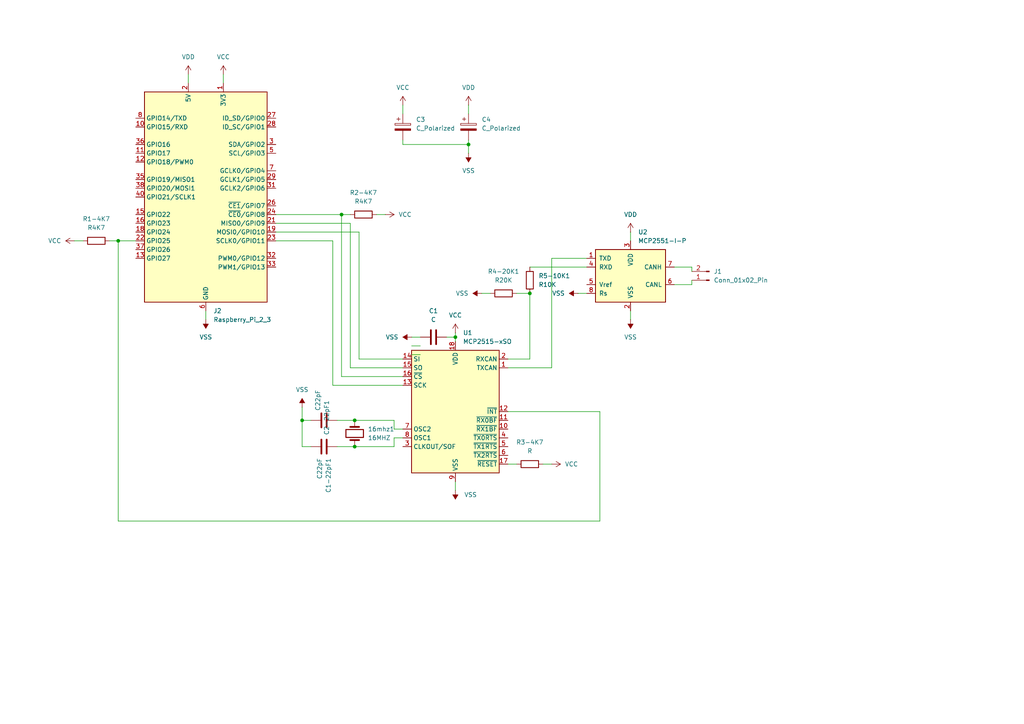
<source format=kicad_sch>
(kicad_sch (version 20231120) (generator "eeschema") (generator_version "8.0")
  (paper "A4")
  (lib_symbols
    (symbol "Connector:Conn_01x02_Pin" (pin_names (offset 1.016) hide)
      (property "Reference" "J" (at 0 2.54 0))
      (property "Value" "Conn_01x02_Pin" (at 0 -5.08 0))
      (symbol "Conn_01x02_Pin_1_1"
        (polyline (pts (xy 1.27 -2.54) (xy 0.8636 -2.54)) (stroke (width 0.1524)))
        (polyline (pts (xy 1.27 0) (xy 0.8636 0)) (stroke (width 0.1524)))
        (rectangle (start 0.8636 -2.413) (end 0 -2.667) (stroke (width 0.1524)) (fill (type outline)))
        (rectangle (start 0.8636 0.127) (end 0 -0.127) (stroke (width 0.1524)) (fill (type outline)))
        (pin passive line (at 5.08 0 180) (length 3.81) (name "Pin_1") (number "1"))
        (pin passive line (at 5.08 -2.54 180) (length 3.81) (name "Pin_2") (number "2"))
      )
    )
    (symbol "Connector:Raspberry_Pi_2_3"
      (property "Reference" "J" (at -17.78 31.75 0))
      (property "Value" "Raspberry_Pi_2_3" (at 10.16 -31.75 0))
      (symbol "Raspberry_Pi_2_3_0_1"
        (rectangle (start -17.78 30.48) (end 17.78 -30.48) (stroke (width 0.254)) (fill (type background)))
      )
      (symbol "Raspberry_Pi_2_3_1_1"
        (pin power_in line (at 5.08 33.02 270) (length 2.54) (name "3V3") (number "1"))
        (pin bidirectional line (at -20.32 20.32 0) (length 2.54) (name "GPIO15/RXD") (number "10"))
        (pin bidirectional line (at -20.32 12.7 0) (length 2.54) (name "GPIO17") (number "11"))
        (pin bidirectional line (at -20.32 10.16 0) (length 2.54) (name "GPIO18/PWM0") (number "12"))
        (pin bidirectional line (at -20.32 -17.78 0) (length 2.54) (name "GPIO27") (number "13"))
        (pin passive line (at 0 -33.02 90) (length 2.54) hide (name "GND") (number "14"))
        (pin bidirectional line (at -20.32 -5.08 0) (length 2.54) (name "GPIO22") (number "15"))
        (pin bidirectional line (at -20.32 -7.62 0) (length 2.54) (name "GPIO23") (number "16"))
        (pin passive line (at 5.08 33.02 270) (length 2.54) hide (name "3V3") (number "17"))
        (pin bidirectional line (at -20.32 -10.16 0) (length 2.54) (name "GPIO24") (number "18"))
        (pin bidirectional line (at 20.32 -10.16 180) (length 2.54) (name "MOSI0/GPIO10") (number "19"))
        (pin power_in line (at -5.08 33.02 270) (length 2.54) (name "5V") (number "2"))
        (pin passive line (at 0 -33.02 90) (length 2.54) hide (name "GND") (number "20"))
        (pin bidirectional line (at 20.32 -7.62 180) (length 2.54) (name "MISO0/GPIO9") (number "21"))
        (pin bidirectional line (at -20.32 -12.7 0) (length 2.54) (name "GPIO25") (number "22"))
        (pin bidirectional line (at 20.32 -12.7 180) (length 2.54) (name "SCLK0/GPIO11") (number "23"))
        (pin bidirectional line (at 20.32 -5.08 180) (length 2.54) (name "~{CE0}/GPIO8") (number "24"))
        (pin passive line (at 0 -33.02 90) (length 2.54) hide (name "GND") (number "25"))
        (pin bidirectional line (at 20.32 -2.54 180) (length 2.54) (name "~{CE1}/GPIO7") (number "26"))
        (pin bidirectional line (at 20.32 22.86 180) (length 2.54) (name "ID_SD/GPIO0") (number "27"))
        (pin bidirectional line (at 20.32 20.32 180) (length 2.54) (name "ID_SC/GPIO1") (number "28"))
        (pin bidirectional line (at 20.32 5.08 180) (length 2.54) (name "GCLK1/GPIO5") (number "29"))
        (pin bidirectional line (at 20.32 15.24 180) (length 2.54) (name "SDA/GPIO2") (number "3"))
        (pin passive line (at 0 -33.02 90) (length 2.54) hide (name "GND") (number "30"))
        (pin bidirectional line (at 20.32 2.54 180) (length 2.54) (name "GCLK2/GPIO6") (number "31"))
        (pin bidirectional line (at 20.32 -17.78 180) (length 2.54) (name "PWM0/GPIO12") (number "32"))
        (pin bidirectional line (at 20.32 -20.32 180) (length 2.54) (name "PWM1/GPIO13") (number "33"))
        (pin passive line (at 0 -33.02 90) (length 2.54) hide (name "GND") (number "34"))
        (pin bidirectional line (at -20.32 5.08 0) (length 2.54) (name "GPIO19/MISO1") (number "35"))
        (pin bidirectional line (at -20.32 15.24 0) (length 2.54) (name "GPIO16") (number "36"))
        (pin bidirectional line (at -20.32 -15.24 0) (length 2.54) (name "GPIO26") (number "37"))
        (pin bidirectional line (at -20.32 2.54 0) (length 2.54) (name "GPIO20/MOSI1") (number "38"))
        (pin passive line (at 0 -33.02 90) (length 2.54) hide (name "GND") (number "39"))
        (pin passive line (at -5.08 33.02 270) (length 2.54) hide (name "5V") (number "4"))
        (pin bidirectional line (at -20.32 0 0) (length 2.54) (name "GPIO21/SCLK1") (number "40"))
        (pin bidirectional line (at 20.32 12.7 180) (length 2.54) (name "SCL/GPIO3") (number "5"))
        (pin power_in line (at 0 -33.02 90) (length 2.54) (name "GND") (number "6"))
        (pin bidirectional line (at 20.32 7.62 180) (length 2.54) (name "GCLK0/GPIO4") (number "7"))
        (pin bidirectional line (at -20.32 22.86 0) (length 2.54) (name "GPIO14/TXD") (number "8"))
        (pin passive line (at 0 -33.02 90) (length 2.54) hide (name "GND") (number "9"))
      )
    )
    (symbol "Device:C" (pin_numbers hide) (pin_names (offset 0.254))
      (property "Reference" "C" (at 0.635 2.54 0))
      (property "Value" "C" (at 0.635 -2.54 0))
      (symbol "C_0_1"
        (polyline (pts (xy -2.032 -0.762) (xy 2.032 -0.762)) (stroke (width 0.508)))
        (polyline (pts (xy -2.032 0.762) (xy 2.032 0.762)) (stroke (width 0.508)))
      )
      (symbol "C_1_1"
        (pin passive line (at 0 3.81 270) (length 2.794) (name "~") (number "1"))
        (pin passive line (at 0 -3.81 90) (length 2.794) (name "~") (number "2"))
      )
    )
    (symbol "Device:C_Polarized" (pin_numbers hide) (pin_names (offset 0.254))
      (property "Reference" "C" (at 0.635 2.54 0))
      (property "Value" "C_Polarized" (at 0.635 -2.54 0))
      (symbol "C_Polarized_0_1"
        (rectangle (start -2.286 0.508) (end 2.286 1.016))
        (polyline (pts (xy -1.778 2.286) (xy -0.762 2.286)))
        (polyline (pts (xy -1.27 2.794) (xy -1.27 1.778)))
        (rectangle (start 2.286 -0.508) (end -2.286 -1.016) (fill (type outline)))
      )
      (symbol "C_Polarized_1_1"
        (pin passive line (at 0 3.81 270) (length 2.794) (name "~") (number "1"))
        (pin passive line (at 0 -3.81 90) (length 2.794) (name "~") (number "2"))
      )
    )
    (symbol "Device:Crystal" (pin_numbers hide) (pin_names (offset 1.016) hide)
      (property "Reference" "Y" (at 0 3.81 0))
      (property "Value" "Crystal" (at 0 -3.81 0))
      (symbol "Crystal_0_1"
        (rectangle (start -1.143 2.54) (end 1.143 -2.54) (stroke (width 0.3048)))
        (polyline (pts (xy -2.54 0) (xy -1.905 0)))
        (polyline (pts (xy -1.905 -1.27) (xy -1.905 1.27)) (stroke (width 0.508)))
        (polyline (pts (xy 1.905 -1.27) (xy 1.905 1.27)) (stroke (width 0.508)))
        (polyline (pts (xy 2.54 0) (xy 1.905 0)))
      )
      (symbol "Crystal_1_1"
        (pin passive line (at -3.81 0 0) (length 1.27) (name "1") (number "1"))
        (pin passive line (at 3.81 0 180) (length 1.27) (name "2") (number "2"))
      )
    )
    (symbol "Device:R" (pin_numbers hide) (pin_names (offset 0))
      (property "Reference" "R" (at 2.032 0 90))
      (property "Value" "R" (at 0 0 90))
      (symbol "R_0_1"
        (rectangle (start -1.016 -2.54) (end 1.016 2.54) (stroke (width 0.254)))
      )
      (symbol "R_1_1"
        (pin passive line (at 0 3.81 270) (length 1.27) (name "~") (number "1"))
        (pin passive line (at 0 -3.81 90) (length 1.27) (name "~") (number "2"))
      )
    )
    (symbol "Interface_CAN_LIN:MCP2515-xSO"
      (property "Reference" "U" (at -10.16 19.685 0))
      (property "Value" "MCP2515-xSO" (at 19.05 20.32 0))
      (symbol "MCP2515-xSO_0_1"
        (rectangle (start -12.7 17.78) (end 12.7 -17.78) (stroke (width 0.254)) (fill (type background)))
      )
      (symbol "MCP2515-xSO_1_1"
        (pin output line (at 15.24 12.7 180) (length 2.54) (name "TXCAN") (number "1"))
        (pin output line (at 15.24 -5.08 180) (length 2.54) (name "~{RX1BF}") (number "10"))
        (pin output line (at 15.24 -2.54 180) (length 2.54) (name "~{RX0BF}") (number "11"))
        (pin output line (at 15.24 0 180) (length 2.54) (name "~{INT}") (number "12"))
        (pin input line (at -15.24 7.62 0) (length 2.54) (name "SCK") (number "13"))
        (pin input line (at -15.24 15.24 0) (length 2.54) (name "SI") (number "14"))
        (pin output line (at -15.24 12.7 0) (length 2.54) (name "SO") (number "15"))
        (pin input line (at -15.24 10.16 0) (length 2.54) (name "~{CS}") (number "16"))
        (pin input line (at 15.24 -15.24 180) (length 2.54) (name "~{RESET}") (number "17"))
        (pin power_in line (at 0 20.32 270) (length 2.54) (name "VDD") (number "18"))
        (pin input line (at 15.24 15.24 180) (length 2.54) (name "RXCAN") (number "2"))
        (pin output line (at -15.24 -10.16 0) (length 2.54) (name "CLKOUT/SOF") (number "3"))
        (pin input line (at 15.24 -7.62 180) (length 2.54) (name "~{TX0RTS}") (number "4"))
        (pin input line (at 15.24 -10.16 180) (length 2.54) (name "~{TX1RTS}") (number "5"))
        (pin input line (at 15.24 -12.7 180) (length 2.54) (name "~{TX2RTS}") (number "6"))
        (pin output line (at -15.24 -5.08 0) (length 2.54) (name "OSC2") (number "7"))
        (pin input line (at -15.24 -7.62 0) (length 2.54) (name "OSC1") (number "8"))
        (pin power_in line (at 0 -20.32 90) (length 2.54) (name "VSS") (number "9"))
      )
    )
    (symbol "Interface_CAN_LIN:MCP2551-I-P" (pin_names (offset 1.016))
      (property "Reference" "U" (at -10.16 8.89 0))
      (property "Value" "MCP2551-I-P" (at 2.54 8.89 0))
      (symbol "MCP2551-I-P_0_1"
        (rectangle (start -10.16 7.62) (end 10.16 -7.62) (stroke (width 0.254)) (fill (type background)))
      )
      (symbol "MCP2551-I-P_1_1"
        (pin input line (at -12.7 5.08 0) (length 2.54) (name "TXD") (number "1"))
        (pin power_in line (at 0 -10.16 90) (length 2.54) (name "VSS") (number "2"))
        (pin power_in line (at 0 10.16 270) (length 2.54) (name "VDD") (number "3"))
        (pin output line (at -12.7 2.54 0) (length 2.54) (name "RXD") (number "4"))
        (pin power_out line (at -12.7 -2.54 0) (length 2.54) (name "Vref") (number "5"))
        (pin bidirectional line (at 12.7 -2.54 180) (length 2.54) (name "CANL") (number "6"))
        (pin bidirectional line (at 12.7 2.54 180) (length 2.54) (name "CANH") (number "7"))
        (pin input line (at -12.7 -5.08 0) (length 2.54) (name "Rs") (number "8"))
      )
    )
    (symbol "power:VCC" (power) (pin_numbers hide) (pin_names (offset 0) hide)
      (property "Value" "VCC" (at 0 3.556 0))
      (symbol "VCC_0_1"
        (polyline (pts (xy -0.762 1.27) (xy 0 2.54)))
        (polyline (pts (xy 0 0) (xy 0 2.54)))
        (polyline (pts (xy 0 2.54) (xy 0.762 1.27)))
      )
      (symbol "VCC_1_1"
        (pin power_in line (at 0 0 90) (length 0) (name "~") (number "1"))
      )
    )
    (symbol "power:VDD" (power) (pin_numbers hide) (pin_names (offset 0) hide)
      (property "Value" "VDD" (at 0 3.556 0))
      (symbol "VDD_0_1"
        (polyline (pts (xy -0.762 1.27) (xy 0 2.54)))
        (polyline (pts (xy 0 0) (xy 0 2.54)))
        (polyline (pts (xy 0 2.54) (xy 0.762 1.27)))
      )
      (symbol "VDD_1_1"
        (pin power_in line (at 0 0 90) (length 0) (name "~") (number "1"))
      )
    )
    (symbol "power:VSS" (power) (pin_numbers hide) (pin_names (offset 0) hide)
      (property "Value" "VSS" (at 0 3.556 0))
      (symbol "VSS_0_1"
        (polyline (pts (xy 0 0) (xy 0 2.54)))
        (polyline (pts (xy 0.762 1.27) (xy -0.762 1.27) (xy 0 2.54) (xy 0.762 1.27)) (fill (type outline)))
      )
      (symbol "VSS_1_1"
        (pin power_in line (at 0 0 90) (length 0) (name "~") (number "1"))
      )
    )
  )
  (junction (at 153.67 85.09))
  (junction (at 34.29 69.85))
  (junction (at 99.06 62.23))
  (junction (at 102.87 121.92))
  (junction (at 135.89 41.91))
  (junction (at 132.08 97.79))
  (junction (at 102.87 129.54))
  (junction (at 87.63 121.92))
  (wire (pts (xy 116.84 109.22) (xy 99.06 109.22)))
  (wire (pts (xy 116.84 111.76) (xy 96.52 111.76)))
  (wire (pts (xy 90.17 121.92) (xy 87.63 121.92)))
  (wire (pts (xy 116.84 30.48) (xy 116.84 33.02)))
  (wire (pts (xy 104.14 104.14) (xy 116.84 104.14)))
  (wire (pts (xy 160.02 74.93) (xy 170.18 74.93)))
  (wire (pts (xy 102.87 129.54) (xy 114.3 129.54)))
  (wire (pts (xy 80.01 67.31) (xy 104.14 67.31)))
  (wire (pts (xy 109.22 62.23) (xy 111.76 62.23)))
  (wire (pts (xy 167.64 85.09) (xy 170.18 85.09)))
  (wire (pts (xy 119.38 100.33) (xy 121.92 100.33)))
  (wire (pts (xy 147.32 106.68) (xy 160.02 106.68)))
  (wire (pts (xy 87.63 121.92) (xy 87.63 129.54)))
  (wire (pts (xy 54.61 21.59) (xy 54.61 24.13)))
  (wire (pts (xy 34.29 151.13) (xy 173.99 151.13)))
  (wire (pts (xy 116.84 41.91) (xy 135.89 41.91)))
  (wire (pts (xy 173.99 119.38) (xy 147.32 119.38)))
  (wire (pts (xy 157.48 134.62) (xy 160.02 134.62)))
  (wire (pts (xy 132.08 139.7) (xy 132.08 142.24)))
  (wire (pts (xy 114.3 121.92) (xy 102.87 121.92)))
  (wire (pts (xy 116.84 40.64) (xy 116.84 41.91)))
  (wire (pts (xy 87.63 118.11) (xy 87.63 121.92)))
  (wire (pts (xy 64.77 21.59) (xy 64.77 24.13)))
  (wire (pts (xy 99.06 62.23) (xy 101.6 62.23)))
  (wire (pts (xy 119.38 97.79) (xy 121.92 97.79)))
  (wire (pts (xy 96.52 69.85) (xy 80.01 69.85)))
  (wire (pts (xy 129.54 97.79) (xy 132.08 97.79)))
  (wire (pts (xy 147.32 134.62) (xy 149.86 134.62)))
  (wire (pts (xy 34.29 69.85) (xy 34.29 151.13)))
  (wire (pts (xy 31.75 69.85) (xy 34.29 69.85)))
  (wire (pts (xy 153.67 77.47) (xy 170.18 77.47)))
  (wire (pts (xy 135.89 40.64) (xy 135.89 41.91)))
  (wire (pts (xy 182.88 67.31) (xy 182.88 69.85)))
  (wire (pts (xy 200.66 77.47) (xy 200.66 78.74)))
  (wire (pts (xy 195.58 82.55) (xy 200.66 82.55)))
  (wire (pts (xy 102.87 121.92) (xy 97.79 121.92)))
  (wire (pts (xy 39.37 69.85) (xy 34.29 69.85)))
  (wire (pts (xy 104.14 67.31) (xy 104.14 104.14)))
  (wire (pts (xy 132.08 97.79) (xy 132.08 99.06)))
  (wire (pts (xy 182.88 90.17) (xy 182.88 92.71)))
  (wire (pts (xy 116.84 127) (xy 114.3 127)))
  (wire (pts (xy 195.58 77.47) (xy 200.66 77.47)))
  (wire (pts (xy 173.99 151.13) (xy 173.99 119.38)))
  (wire (pts (xy 59.69 90.17) (xy 59.69 92.71)))
  (wire (pts (xy 114.3 124.46) (xy 114.3 121.92)))
  (wire (pts (xy 101.6 64.77) (xy 101.6 106.68)))
  (wire (pts (xy 99.06 62.23) (xy 80.01 62.23)))
  (wire (pts (xy 99.06 109.22) (xy 99.06 62.23)))
  (wire (pts (xy 80.01 64.77) (xy 101.6 64.77)))
  (wire (pts (xy 160.02 106.68) (xy 160.02 74.93)))
  (wire (pts (xy 96.52 111.76) (xy 96.52 69.85)))
  (wire (pts (xy 114.3 127) (xy 114.3 129.54)))
  (wire (pts (xy 101.6 106.68) (xy 116.84 106.68)))
  (wire (pts (xy 135.89 41.91) (xy 135.89 44.45)))
  (wire (pts (xy 116.84 124.46) (xy 114.3 124.46)))
  (wire (pts (xy 119.38 102.87) (xy 121.92 102.87)))
  (wire (pts (xy 135.89 30.48) (xy 135.89 33.02)))
  (wire (pts (xy 149.86 85.09) (xy 153.67 85.09)))
  (wire (pts (xy 139.7 85.09) (xy 142.24 85.09)))
  (wire (pts (xy 153.67 104.14) (xy 153.67 85.09)))
  (wire (pts (xy 132.08 96.52) (xy 132.08 97.79)))
  (wire (pts (xy 90.17 129.54) (xy 87.63 129.54)))
  (wire (pts (xy 200.66 82.55) (xy 200.66 81.28)))
  (wire (pts (xy 21.59 69.85) (xy 24.13 69.85)))
  (wire (pts (xy 102.87 129.54) (xy 97.79 129.54)))
  (wire (pts (xy 147.32 104.14) (xy 153.67 104.14)))
  (symbol (lib_id "Interface_CAN_LIN:MCP2551-I-P") (at 182.88 80.01 0) (unit 1)
    (property "Reference" "U2" (at 185.0741 67.31 0) (effects (justify left)))
    (property "Value" "MCP2551-I-P" (at 185.0741 69.85 0) (effects (justify left)))
    (property "Footprint" "Package_DIP:DIP-8_W7.62mm" (effects (hide yes)))
    (property "Datasheet" "http://ww1.microchip.com/downloads/en/devicedoc/21667d.pdf" (effects (hide yes)))
    (property "Description" "High-Speed CAN Transceiver, 1Mbps, 5V supply, DIP-8" (effects (hide yes)))
  )
  (symbol (lib_id "Device:R") (at 27.94 69.85 90) (unit 1)
    (property "Reference" "R1-4K7" (at 27.94 63.5 90))
    (property "Value" "R4K7" (at 27.94 66.04 90))
    (property "Footprint" "Resistor_THT:R_Axial_DIN0204_L3.6mm_D1.6mm_P7.62mm_Horizontal" (effects (hide yes)))
    (property "Description" "Resistor" (effects (hide yes)))
  )
  (symbol (lib_id "power:VSS") (at 135.89 44.45 180) (unit 1)
    (property "Reference" "#PWRe0101" (effects (hide yes)))
    (property "Value" "VSS" (at 135.89 49.53 0))
    (property "Description" "Power symbol creates a global label with name \"VSS\"" (effects (hide yes)))
  )
  (symbol (lib_id "Device:C") (at 93.98 121.92 270) (unit 1)
    (property "Reference" "C2-22pF1" (at 94.742 116.078 0) (effects (justify left)))
    (property "Value" "C22pF" (at 92.202 113.03 0) (effects (justify left)))
    (property "Footprint" "Capacitor_THT:C_Axial_L3.8mm_D2.6mm_P7.50mm_Horizontal" (effects (hide yes)))
    (property "Description" "Unpolarized capacitor" (effects (hide yes)))
  )
  (symbol (lib_id "power:VSS") (at 59.69 92.71 180) (unit 1)
    (property "Reference" "#PWR05" (effects (hide yes)))
    (property "Value" "VSS" (at 59.69 97.79 0))
    (property "Description" "Power symbol creates a global label with name \"VSS\"" (effects (hide yes)))
  )
  (symbol (lib_id "power:VSS") (at 119.38 97.79 90) (unit 1)
    (property "Reference" "#PWR016" (effects (hide yes)))
    (property "Value" "VSS" (at 115.57 97.7899 90) (effects (justify left)))
    (property "Description" "Power symbol creates a global label with name \"VSS\"" (effects (hide yes)))
  )
  (symbol (lib_id "Device:C_Polarized") (at 135.89 36.83 0) (unit 1)
    (property "Reference" "C4" (at 139.7 34.6709 0) (effects (justify left)))
    (property "Value" "C_Polarized" (at 139.7 37.2109 0) (effects (justify left)))
    (property "Footprint" "Capacitor_THT:CP_Radial_D5.0mm_P2.00mm" (effects (hide yes)))
    (property "Description" "Polarized capacitor" (effects (hide yes)))
  )
  (symbol (lib_id "Device:R") (at 146.05 85.09 90) (unit 1)
    (property "Reference" "R4-20K1" (at 146.05 78.74 90))
    (property "Value" "R20K" (at 146.05 81.28 90))
    (property "Footprint" "Resistor_THT:R_Axial_DIN0204_L3.6mm_D1.6mm_P7.62mm_Horizontal" (effects (hide yes)))
    (property "Description" "Resistor" (effects (hide yes)))
  )
  (symbol (lib_id "Device:C_Polarized") (at 116.84 36.83 0) (unit 1)
    (property "Reference" "C3" (at 120.65 34.6709 0) (effects (justify left)))
    (property "Value" "C_Polarized" (at 120.65 37.2109 0) (effects (justify left)))
    (property "Footprint" "Capacitor_THT:CP_Radial_D5.0mm_P2.00mm" (effects (hide yes)))
    (property "Description" "Polarized capacitor" (effects (hide yes)))
  )
  (symbol (lib_id "power:VDD") (at 135.89 30.48 0) (unit 1)
    (property "Reference" "#PWR015" (effects (hide yes)))
    (property "Value" "VDD" (at 135.89 25.4 0))
    (property "Description" "Power symbol creates a global label with name \"VDD\"" (effects (hide yes)))
  )
  (symbol (lib_id "power:VCC") (at 116.84 30.48 0) (unit 1)
    (property "Reference" "#PWR014" (effects (hide yes)))
    (property "Value" "VCC" (at 116.84 25.4 0))
    (property "Description" "Power symbol creates a global label with name \"VCC\"" (effects (hide yes)))
  )
  (symbol (lib_id "power:VSS") (at 167.64 85.09 90) (unit 1)
    (property "Reference" "#PWR013" (effects (hide yes)))
    (property "Value" "VSS" (at 163.83 85.0899 90) (effects (justify left)))
    (property "Description" "Power symbol creates a global label with name \"VSS\"" (effects (hide yes)))
  )
  (symbol (lib_id "power:VSS") (at 139.7 85.09 90) (unit 1)
    (property "Reference" "#PWR010" (effects (hide yes)))
    (property "Value" "VSS" (at 135.89 85.0899 90) (effects (justify left)))
    (property "Description" "Power symbol creates a global label with name \"VSS\"" (effects (hide yes)))
  )
  (symbol (lib_id "power:VCC") (at 64.77 21.59 0) (unit 1)
    (property "Reference" "#PWR04" (effects (hide yes)))
    (property "Value" "VCC" (at 64.77 16.51 0))
    (property "Description" "Power symbol creates a global label with name \"VCC\"" (effects (hide yes)))
  )
  (symbol (lib_id "Device:Crystal") (at 102.87 125.73 270) (unit 1)
    (property "Reference" "16mhz1" (at 106.68 124.4599 90) (effects (justify left)))
    (property "Value" "16MHZ" (at 106.68 126.9999 90) (effects (justify left)))
    (property "Footprint" "Crystal:Crystal_HC52-6mm_Vertical" (effects (hide yes)))
    (property "Description" "Two pin crystal" (effects (hide yes)))
  )
  (symbol (lib_id "Device:C") (at 125.73 97.79 90) (unit 1)
    (property "Reference" "C1" (at 125.73 90.17 90))
    (property "Value" "C" (at 125.73 92.71 90))
    (property "Footprint" "Capacitor_THT:C_Disc_D7.5mm_W2.5mm_P5.00mm" (effects (hide yes)))
    (property "Description" "Unpolarized capacitor" (effects (hide yes)))
  )
  (symbol (lib_id "Connector:Conn_01x02_Pin") (at 205.74 81.28 180) (unit 1)
    (property "Reference" "J1" (at 207.01 78.7399 0) (effects (justify right)))
    (property "Value" "Conn_01x02_Pin" (at 207.01 81.2799 0) (effects (justify right)))
    (property "Footprint" "Connector_PinHeader_2.00mm:PinHeader_1x02_P2.00mm_Vertical" (effects (hide yes)))
    (property "Description" "Generic connector, single row, 01x02, script generated" (effects (hide yes)))
  )
  (symbol (lib_id "power:VSS") (at 182.88 92.71 180) (unit 1)
    (property "Reference" "#PWR011" (effects (hide yes)))
    (property "Value" "VSS" (at 182.88 97.79 0))
    (property "Description" "Power symbol creates a global label with name \"VSS\"" (effects (hide yes)))
  )
  (symbol (lib_id "power:VSS") (at 132.08 142.24 180) (unit 1)
    (property "Reference" "#PWR02" (effects (hide yes)))
    (property "Value" "VSS" (at 134.62 143.5099 0) (effects (justify right)))
    (property "Description" "Power symbol creates a global label with name \"VSS\"" (effects (hide yes)))
  )
  (symbol (lib_id "power:VDD") (at 182.88 67.31 0) (unit 1)
    (property "Reference" "#PWR012" (effects (hide yes)))
    (property "Value" "VDD" (at 182.88 62.23 0))
    (property "Description" "Power symbol creates a global label with name \"VDD\"" (effects (hide yes)))
  )
  (symbol (lib_id "Interface_CAN_LIN:MCP2515-xSO") (at 132.08 119.38 0) (unit 1)
    (property "Reference" "U1" (at 134.2741 96.52 0) (effects (justify left)))
    (property "Value" "MCP2515-xSO" (at 134.2741 99.06 0) (effects (justify left)))
    (property "Footprint" "Package_DIP:DIP-18_W7.62mm" (effects (hide yes)))
    (property "Datasheet" "http://ww1.microchip.com/downloads/en/DeviceDoc/21801e.pd" (effects (hide yes)))
    (property "Description" "Stand-Alone CAN Controller with SPI Interface, SOIC-18" (effects (hide yes)))
  )
  (symbol (lib_id "power:VCC") (at 111.76 62.23 270) (unit 1)
    (property "Reference" "#PWR08" (effects (hide yes)))
    (property "Value" "VCC" (at 115.57 62.2299 90) (effects (justify left)))
    (property "Description" "Power symbol creates a global label with name \"VCC\"" (effects (hide yes)))
  )
  (symbol (lib_id "Connector:Raspberry_Pi_2_3") (at 59.69 57.15 0) (unit 1)
    (property "Reference" "J2" (at 61.8841 90.17 0) (effects (justify left)))
    (property "Value" "Raspberry_Pi_2_3" (at 61.8841 92.71 0) (effects (justify left)))
    (property "Footprint" "Connector_PinHeader_2.54mm:PinHeader_2x20_P2.54mm_Vertical" (effects (hide yes)))
    (property "Datasheet" "https://www.raspberrypi.org/documentation/hardware/raspberrypi/schematics/rpi_SCH_3bplus_1p0_reduced.pdf" (effects (hide yes)))
    (property "Description" "expansion header for Raspberry Pi 2 & 3" (effects (hide yes)))
  )
  (symbol (lib_id "power:VCC") (at 132.08 96.52 0) (unit 1)
    (property "Reference" "#PWR06" (effects (hide yes)))
    (property "Value" "VCC" (at 132.08 91.44 0))
    (property "Description" "Power symbol creates a global label with name \"VCC\"" (effects (hide yes)))
  )
  (symbol (lib_id "Device:R") (at 153.67 134.62 270) (unit 1)
    (property "Reference" "R3-4K7" (at 153.67 128.27 90))
    (property "Value" "R" (at 153.67 130.81 90))
    (property "Footprint" "Resistor_THT:R_Axial_DIN0204_L3.6mm_D1.6mm_P7.62mm_Horizontal" (effects (hide yes)))
    (property "Description" "Resistor" (effects (hide yes)))
  )
  (symbol (lib_id "power:VCC") (at 160.02 134.62 270) (unit 1)
    (property "Reference" "#PWR07" (effects (hide yes)))
    (property "Value" "VCC" (at 163.83 134.6199 90) (effects (justify left)))
    (property "Description" "Power symbol creates a global label with name \"VCC\"" (effects (hide yes)))
  )
  (symbol (lib_id "power:VDD") (at 54.61 21.59 0) (unit 1)
    (property "Reference" "#PWR03" (effects (hide yes)))
    (property "Value" "VDD" (at 54.61 16.51 0))
    (property "Description" "Power symbol creates a global label with name \"VDD\"" (effects (hide yes)))
  )
  (symbol (lib_id "Device:R") (at 105.41 62.23 90) (unit 1)
    (property "Reference" "R2-4K7" (at 105.41 55.88 90))
    (property "Value" "R4K7" (at 105.41 58.42 90))
    (property "Footprint" "Resistor_THT:R_Axial_DIN0204_L3.6mm_D1.6mm_P7.62mm_Horizontal" (effects (hide yes)))
    (property "Description" "Resistor" (effects (hide yes)))
  )
  (symbol (lib_id "power:VCC") (at 21.59 69.85 90) (unit 1)
    (property "Reference" "#PWR09" (effects (hide yes)))
    (property "Value" "VCC" (at 17.78 69.8499 90) (effects (justify left)))
    (property "Description" "Power symbol creates a global label with name \"VCC\"" (effects (hide yes)))
  )
  (symbol (lib_id "power:VSS") (at 87.63 118.11 0) (unit 1)
    (property "Reference" "#PWR01" (effects (hide yes)))
    (property "Value" "VSS" (at 87.63 113.03 0))
    (property "Description" "Power symbol creates a global label with name \"VSS\"" (effects (hide yes)))
  )
  (symbol (lib_id "Device:R") (at 153.67 81.28 0) (unit 1)
    (property "Reference" "R5-10K1" (at 156.21 80.0099 0) (effects (justify left)))
    (property "Value" "R10K" (at 156.21 82.5499 0) (effects (justify left)))
    (property "Footprint" "Resistor_THT:R_Axial_DIN0204_L3.6mm_D1.6mm_P7.62mm_Horizontal" (effects (hide yes)))
    (property "Description" "Resistor" (effects (hide yes)))
  )
  (symbol (lib_id "Device:C") (at 93.98 129.54 270) (unit 1)
    (property "Reference" "C1-22pF1" (at 95.25 132.842 0) (effects (justify left)))
    (property "Value" "C22pF" (at 92.71 132.842 0) (effects (justify left)))
    (property "Footprint" "Capacitor_THT:C_Axial_L3.8mm_D2.6mm_P7.50mm_Horizontal" (effects (hide yes)))
    (property "Description" "Unpolarized capacitor" (effects (hide yes)))
  )
)
</source>
